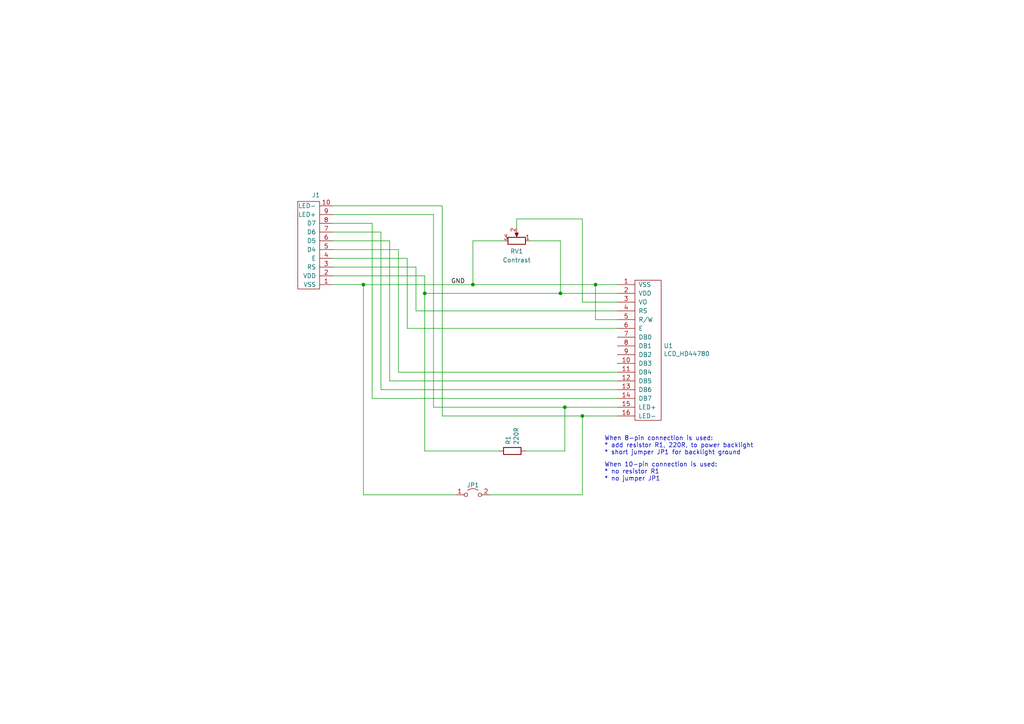
<source format=kicad_sch>
(kicad_sch (version 20231120) (generator "eeschema") (generator_version "8.0")
  (paper "A4")
  (lib_symbols
    (symbol "Device:R" (pin_numbers hide) (pin_names (offset 0))
      (property "Reference" "R" (at 2.032 0 90))
      (property "Value" "R" (at 0 0 90))
      (symbol "R_0_1"
        (rectangle (start -1.016 -2.54) (end 1.016 2.54) (stroke (width 0.254)))
      )
      (symbol "R_1_1"
        (pin passive line (at 0 3.81 270) (length 1.27) (name "~") (number "1"))
        (pin passive line (at 0 -3.81 90) (length 1.27) (name "~") (number "2"))
      )
    )
    (symbol "Device:R_Potentiometer" (pin_names (offset 1.016) hide)
      (property "Reference" "RV" (at -4.445 0 90))
      (property "Value" "R_Potentiometer" (at -2.54 0 90))
      (symbol "R_Potentiometer_0_1"
        (polyline (pts (xy 2.54 0) (xy 1.524 0)))
        (polyline (pts (xy 1.143 0) (xy 2.286 0.508) (xy 2.286 -0.508) (xy 1.143 0)) (fill (type outline)))
        (rectangle (start 1.016 2.54) (end -1.016 -2.54) (stroke (width 0.254)))
      )
      (symbol "R_Potentiometer_1_1"
        (pin passive line (at 0 3.81 270) (length 1.27) (name "1") (number "1"))
        (pin passive line (at 3.81 0 180) (length 1.27) (name "2") (number "2"))
        (pin passive line (at 0 -3.81 90) (length 1.27) (name "3") (number "3"))
      )
    )
    (symbol "Jumper:Jumper_2_Open" (pin_names (offset 0) hide)
      (property "Reference" "JP" (at 0 2.794 0))
      (property "Value" "Jumper_2_Open" (at 0 -2.286 0))
      (symbol "Jumper_2_Open_0_0"
        (circle (center -2.032 0) (radius 0.508))
        (circle (center 2.032 0) (radius 0.508))
      )
      (symbol "Jumper_2_Open_0_1"
        (arc (start 1.524 1.27) (mid 0 1.778) (end -1.524 1.27))
      )
      (symbol "Jumper_2_Open_1_1"
        (pin passive line (at -5.08 0 0) (length 2.54) (name "A") (number "1"))
        (pin passive line (at 5.08 0 180) (length 2.54) (name "B") (number "2"))
      )
    )
    (symbol "My_Headers:10-pin_header_LCD_interface" (pin_names (offset 1.016))
      (property "Reference" "J" (at 0 10.16 0))
      (property "Value" "10-pin_header_LCD_interface" (at 0 -17.78 0))
      (symbol "10-pin_header_LCD_interface_0_1"
        (rectangle (start -1.27 8.89) (end 5.08 -16.51))
      )
      (symbol "10-pin_header_LCD_interface_1_1"
        (pin power_in line (at -5.08 7.62 0) (length 3.81) (name "VSS") (number "1"))
        (pin power_in line (at -5.08 -15.24 0) (length 3.81) (name "LED-") (number "10"))
        (pin power_in line (at -5.08 5.08 0) (length 3.81) (name "VDD") (number "2"))
        (pin input line (at -5.08 2.54 0) (length 3.81) (name "RS") (number "3"))
        (pin input line (at -5.08 0 0) (length 3.81) (name "E") (number "4"))
        (pin input line (at -5.08 -2.54 0) (length 3.81) (name "D4") (number "5"))
        (pin input line (at -5.08 -5.08 0) (length 3.81) (name "D5") (number "6"))
        (pin input line (at -5.08 -7.62 0) (length 3.81) (name "D6") (number "7"))
        (pin input line (at -5.08 -10.16 0) (length 3.81) (name "D7") (number "8"))
        (pin power_in line (at -5.08 -12.7 0) (length 3.81) (name "LED+") (number "9"))
      )
    )
    (symbol "My_Headers:LCD_HD44780" (pin_names (offset 1.016))
      (property "Reference" "U" (at 6.35 2.54 0))
      (property "Value" "LCD_HD44780" (at 11.43 -40.64 0))
      (symbol "LCD_HD44780_0_1"
        (rectangle (start 5.08 1.27) (end 12.7 -39.37))
      )
      (symbol "LCD_HD44780_1_1"
        (pin input line (at 0 0 0) (length 5.08) (name "VSS") (number "1"))
        (pin input line (at 0 -22.86 0) (length 5.08) (name "DB3") (number "10"))
        (pin input line (at 0 -25.4 0) (length 5.08) (name "DB4") (number "11"))
        (pin input line (at 0 -27.94 0) (length 5.08) (name "DB5") (number "12"))
        (pin input line (at 0 -30.48 0) (length 5.08) (name "DB6") (number "13"))
        (pin input line (at 0 -33.02 0) (length 5.08) (name "DB7") (number "14"))
        (pin input line (at 0 -35.56 0) (length 5.08) (name "LED+") (number "15"))
        (pin input line (at 0 -38.1 0) (length 5.08) (name "LED-") (number "16"))
        (pin input line (at 0 -2.54 0) (length 5.08) (name "VDD") (number "2"))
        (pin input line (at 0 -5.08 0) (length 5.08) (name "VO") (number "3"))
        (pin input line (at 0 -7.62 0) (length 5.08) (name "RS") (number "4"))
        (pin input line (at 0 -10.16 0) (length 5.08) (name "R/W") (number "5"))
        (pin input line (at 0 -12.7 0) (length 5.08) (name "E") (number "6"))
        (pin input line (at 0 -15.24 0) (length 5.08) (name "DB0") (number "7"))
        (pin input line (at 0 -17.78 0) (length 5.08) (name "DB1") (number "8"))
        (pin input line (at 0 -20.32 0) (length 5.08) (name "DB2") (number "9"))
      )
    )
  )
  (junction (at 137.16 82.55))
  (junction (at 163.83 118.11))
  (junction (at 123.19 85.09))
  (junction (at 172.72 82.55))
  (junction (at 105.41 82.55))
  (junction (at 162.56 85.09))
  (junction (at 168.91 120.65))
  (wire (pts (xy 107.95 64.77) (xy 107.95 115.57)))
  (wire (pts (xy 115.57 107.95) (xy 179.07 107.95)))
  (wire (pts (xy 168.91 120.65) (xy 179.07 120.65)))
  (wire (pts (xy 179.07 87.63) (xy 168.91 87.63)))
  (wire (pts (xy 96.52 72.39) (xy 115.57 72.39)))
  (wire (pts (xy 152.4 130.81) (xy 163.83 130.81)))
  (wire (pts (xy 137.16 69.85) (xy 146.05 69.85)))
  (wire (pts (xy 172.72 92.71) (xy 179.07 92.71)))
  (wire (pts (xy 96.52 64.77) (xy 107.95 64.77)))
  (wire (pts (xy 110.49 113.03) (xy 179.07 113.03)))
  (wire (pts (xy 162.56 69.85) (xy 162.56 85.09)))
  (wire (pts (xy 120.65 90.17) (xy 120.65 77.47)))
  (wire (pts (xy 123.19 85.09) (xy 162.56 85.09)))
  (wire (pts (xy 113.03 69.85) (xy 113.03 110.49)))
  (wire (pts (xy 137.16 69.85) (xy 137.16 82.55)))
  (wire (pts (xy 149.86 66.04) (xy 149.86 63.5)))
  (wire (pts (xy 113.03 110.49) (xy 179.07 110.49)))
  (wire (pts (xy 105.41 143.51) (xy 132.08 143.51)))
  (wire (pts (xy 168.91 63.5) (xy 168.91 87.63)))
  (wire (pts (xy 149.86 63.5) (xy 168.91 63.5)))
  (wire (pts (xy 96.52 80.01) (xy 123.19 80.01)))
  (wire (pts (xy 125.73 62.23) (xy 96.52 62.23)))
  (wire (pts (xy 118.11 74.93) (xy 96.52 74.93)))
  (wire (pts (xy 179.07 90.17) (xy 120.65 90.17)))
  (wire (pts (xy 115.57 72.39) (xy 115.57 107.95)))
  (wire (pts (xy 168.91 120.65) (xy 168.91 143.51)))
  (wire (pts (xy 107.95 115.57) (xy 179.07 115.57)))
  (wire (pts (xy 163.83 118.11) (xy 163.83 130.81)))
  (wire (pts (xy 96.52 67.31) (xy 110.49 67.31)))
  (wire (pts (xy 163.83 118.11) (xy 125.73 118.11)))
  (wire (pts (xy 172.72 82.55) (xy 172.72 92.71)))
  (wire (pts (xy 123.19 80.01) (xy 123.19 85.09)))
  (wire (pts (xy 128.27 59.69) (xy 96.52 59.69)))
  (wire (pts (xy 96.52 77.47) (xy 120.65 77.47)))
  (wire (pts (xy 144.78 130.81) (xy 123.19 130.81)))
  (wire (pts (xy 153.67 69.85) (xy 162.56 69.85)))
  (wire (pts (xy 162.56 85.09) (xy 179.07 85.09)))
  (wire (pts (xy 96.52 82.55) (xy 105.41 82.55)))
  (wire (pts (xy 125.73 118.11) (xy 125.73 62.23)))
  (wire (pts (xy 105.41 82.55) (xy 137.16 82.55)))
  (wire (pts (xy 163.83 118.11) (xy 179.07 118.11)))
  (wire (pts (xy 96.52 69.85) (xy 113.03 69.85)))
  (wire (pts (xy 128.27 120.65) (xy 128.27 59.69)))
  (wire (pts (xy 110.49 67.31) (xy 110.49 113.03)))
  (wire (pts (xy 118.11 95.25) (xy 118.11 74.93)))
  (wire (pts (xy 179.07 95.25) (xy 118.11 95.25)))
  (wire (pts (xy 142.24 143.51) (xy 168.91 143.51)))
  (wire (pts (xy 137.16 82.55) (xy 172.72 82.55)))
  (wire (pts (xy 168.91 120.65) (xy 128.27 120.65)))
  (wire (pts (xy 123.19 85.09) (xy 123.19 130.81)))
  (wire (pts (xy 105.41 82.55) (xy 105.41 143.51)))
  (wire (pts (xy 179.07 82.55) (xy 172.72 82.55)))
  (text "When 10-pin connection is used:\n* no resistor R1\n* no jumper JP1" (at 175.26 139.7 0) (effects (font (size 1.27 1.27)) (justify left bottom)))
  (text "When 8-pin connection is used:\n* add resistor R1, 220R, to power backlight\n* short jumper JP1 for backlight ground" (at 175.26 132.08 0) (effects (font (size 1.27 1.27)) (justify left bottom)))
  (label "GND" (at 130.81 82.55 0))
  (symbol (lib_id "My_Headers:LCD_HD44780") (at 179.07 82.55 0) (unit 1)
    (property "Reference" "U1" (at 192.4812 100.3046 0) (effects (justify left)))
    (property "Value" "LCD_HD44780" (at 192.4812 102.616 0) (effects (justify left)))
    (property "Footprint" "My_Parts:LCD_HD44780_16x2_w_headers_no outlinelarge" (effects (hide yes)))
  )
  (symbol (lib_id "Device:R") (at 148.59 130.81 90) (unit 1)
    (property "Reference" "R1" (at 147.4216 129.032 0) (effects (justify left)))
    (property "Value" "220R" (at 149.733 129.032 0) (effects (justify left)))
    (property "Footprint" "My_Misc:R_Axial_DIN0207_L6.3mm_D2.5mm_P10.16mm_Horizontal_larger_pads" (effects (hide yes)))
  )
  (symbol (lib_id "My_Headers:10-pin_header_LCD_interface") (at 91.44 74.93 180) (unit 1)
    (property "Reference" "J1" (at 91.6432 56.5658 0))
    (property "Value" "10-pin_header_LCD_interface" (effects (hide yes)))
    (property "Footprint" "My_Headers:10-pin_LCD_header_larger_pads" (effects (hide yes)))
  )
  (symbol (lib_id "Device:R_Potentiometer") (at 149.86 69.85 270) (mirror x) (unit 1)
    (property "Reference" "RV1" (at 149.86 72.8964 90))
    (property "Value" "Contrast" (at 149.86 75.4333 90))
    (property "Footprint" "My_Misc:Potentiometer_Bourns_3339P_Vertical_large" (effects (hide yes)))
  )
  (symbol (lib_id "Jumper:Jumper_2_Open") (at 137.16 143.51 0) (unit 1)
    (property "Reference" "JP1" (at 137.16 140.6962 0))
    (property "Value" "Jumper_2_Open" (effects (hide yes)))
    (property "Footprint" "My_Parts:Angled_Jumper_1x02_P2.54mm_large" (effects (hide yes)))
  )
)
</source>
